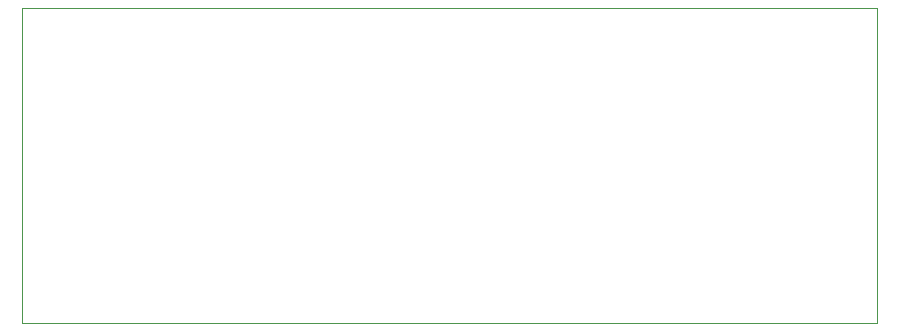
<source format=gbr>
%TF.GenerationSoftware,KiCad,Pcbnew,6.0.1-79c1e3a40b~116~ubuntu20.04.1*%
%TF.CreationDate,2022-02-13T18:37:17+04:00*%
%TF.ProjectId,clock_module,636c6f63-6b5f-46d6-9f64-756c652e6b69,rev?*%
%TF.SameCoordinates,Original*%
%TF.FileFunction,Profile,NP*%
%FSLAX46Y46*%
G04 Gerber Fmt 4.6, Leading zero omitted, Abs format (unit mm)*
G04 Created by KiCad (PCBNEW 6.0.1-79c1e3a40b~116~ubuntu20.04.1) date 2022-02-13 18:37:17*
%MOMM*%
%LPD*%
G01*
G04 APERTURE LIST*
%TA.AperFunction,Profile*%
%ADD10C,0.100000*%
%TD*%
G04 APERTURE END LIST*
D10*
X66675000Y-41275000D02*
X139065000Y-41275000D01*
X139065000Y-41275000D02*
X139065000Y-67945000D01*
X139065000Y-67945000D02*
X66675000Y-67945000D01*
X66675000Y-67945000D02*
X66675000Y-41275000D01*
M02*

</source>
